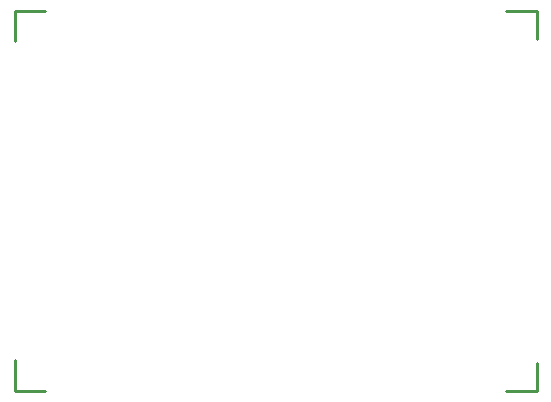
<source format=gko>
G04 Layer: BoardOutlineLayer*
G04 EasyEDA v6.5.34, 2023-10-19 08:42:31*
G04 b67b5cfffcec474382aab84a97846f09,08f173712dbc44b08fd2a75eaeabdc68,10*
G04 Gerber Generator version 0.2*
G04 Scale: 100 percent, Rotated: No, Reflected: No *
G04 Dimensions in millimeters *
G04 leading zeros omitted , absolute positions ,4 integer and 5 decimal *
%FSLAX45Y45*%
%MOMM*%

%ADD10C,0.2540*%
D10*
X4439993Y259996D02*
G01*
X4439993Y19997D01*
X4439991Y19999D02*
G01*
X4179991Y19999D01*
X279999Y19999D02*
G01*
X19999Y19999D01*
X4439991Y3239993D02*
G01*
X4439991Y2999994D01*
X4179991Y3239993D02*
G01*
X4439991Y3239993D01*
X19999Y3239993D02*
G01*
X279999Y3239993D01*
X19999Y2979994D02*
G01*
X19999Y3239993D01*
X19999Y19999D02*
G01*
X19999Y279999D01*

%LPD*%
M02*

</source>
